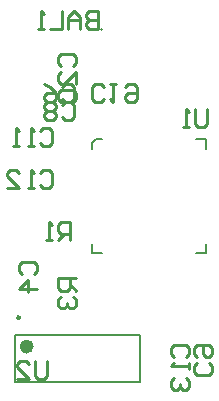
<source format=gbo>
%FSAX42Y42*%
%MOMM*%
G71*
G01*
G75*
G04 Layer_Color=32896*
%ADD10R,0.50X2.10*%
%ADD11P,1.65X8X292.5*%
%ADD12R,1.52X1.52*%
%ADD13P,1.65X8X202.5*%
%ADD14R,1.52X1.52*%
%ADD15R,1.70X1.25*%
%ADD16R,1.05X2.15*%
%ADD17R,1.05X2.15*%
%ADD18R,3.40X2.15*%
%ADD19R,1.00X1.10*%
%ADD20R,1.10X1.00*%
%ADD21R,0.87X0.87*%
%ADD22C,0.25*%
%ADD23C,1.50*%
%ADD24C,1.65*%
%ADD25C,3.00*%
%ADD26P,1.52X8X112.5*%
%ADD27C,1.40*%
%ADD28C,1.52*%
%ADD29R,1.50X1.50*%
%ADD30C,2.50*%
%ADD31C,1.27*%
%ADD32R,0.80X0.35*%
%ADD33O,0.40X2.10*%
%ADD34O,0.28X0.80*%
%ADD35O,0.80X0.28*%
%ADD36R,7.65X7.65*%
%ADD37C,0.25*%
%ADD38C,0.20*%
%ADD39C,0.60*%
D22*
X002843Y003740D02*
X002741Y003842D01*
Y003867D01*
X002766Y003892D01*
X002817D01*
X002843Y003867D01*
X002893Y003892D02*
Y003765D01*
X002919Y003740D01*
X002970D01*
X002995Y003765D01*
Y003892D01*
X002843Y003740D02*
X002741D01*
X003090Y004359D02*
X003115Y004334D01*
X003141D01*
X003166Y004359D01*
Y004384D01*
Y004359D01*
X003191Y004334D01*
X003217D01*
X003242Y004359D01*
Y004410D01*
X003217Y004435D01*
X003242Y004486D02*
X003191Y004537D01*
Y004511D02*
Y004588D01*
X003242D02*
X003090D01*
Y004511D01*
X003115Y004486D01*
X003166D01*
X003191Y004511D01*
X003115Y004435D02*
X003090Y004410D01*
Y004359D01*
X002905Y004649D02*
X002880Y004623D01*
X002905Y004649D02*
Y004700D01*
X002880Y004725D01*
X002778D01*
X002753Y004700D01*
Y004649D01*
X002778Y004623D01*
X002753Y004496D02*
X002829Y004573D01*
Y004471D01*
X002905Y004496D02*
X002753D01*
X003088Y004917D02*
X003139Y004968D01*
X003114D02*
X003190D01*
Y004917D02*
Y005070D01*
X003114D01*
X003088Y005044D01*
Y004994D01*
X003114Y004968D01*
X003038Y004917D02*
X002987D01*
X003012D01*
Y005070D01*
X003038Y005044D01*
X003033Y005382D02*
X003007Y005357D01*
X002957D01*
X002931Y005382D01*
X002880Y005357D02*
X002830D01*
X002855D01*
Y005509D01*
X002880Y005484D01*
X002931D02*
X002957Y005509D01*
X003007D01*
X003033Y005484D01*
Y005382D01*
Y005738D02*
X003007Y005712D01*
X002957D01*
X002931Y005738D01*
X002880Y005712D02*
X002830D01*
X002855D01*
Y005865D01*
X002880Y005839D01*
X002931D02*
X002957Y005865D01*
X003007D01*
X003033Y005839D01*
Y005738D01*
X003071Y005954D02*
Y005979D01*
X003046Y006005D01*
X003071Y006030D01*
Y006055D01*
X003046Y006081D01*
X002995D01*
X002969Y006055D01*
Y006030D01*
X002995Y006005D01*
X002969Y005979D01*
Y005954D01*
X002995Y005928D01*
X003046D01*
X003071Y005954D01*
X003122D02*
X003147Y005928D01*
X003198D01*
X003223Y005954D01*
Y006055D01*
X003198Y006081D01*
X003147D01*
X003122Y006055D01*
X003116Y006081D02*
X003217D01*
X003242Y006107D01*
Y006157D01*
X003217Y006183D01*
X003116D01*
X003090Y006157D01*
Y006107D01*
X003116Y006081D01*
X003147Y006081D02*
X003122Y006106D01*
X003071D02*
X003046Y006081D01*
X002995D01*
X002969Y006106D01*
Y006132D01*
X002995Y006157D01*
X003071D01*
Y006106D01*
Y006157D02*
X003020Y006208D01*
X002969Y006233D01*
X002995Y006005D02*
X003046D01*
X003147Y006081D02*
X003198D01*
X003223Y006106D01*
Y006208D01*
X003198Y006233D01*
X003147D01*
X003122Y006208D01*
X003116Y006234D02*
X003090Y006259D01*
Y006310D01*
X003116Y006335D01*
Y006234D02*
X003141D01*
X003242Y006335D01*
Y006234D01*
X003400Y006083D02*
X003375Y006108D01*
Y006210D01*
X003400Y006235D01*
X003451D01*
X003477Y006210D01*
X003527Y006235D02*
X003578D01*
X003553D01*
Y006083D01*
X003527Y006108D01*
X003477D02*
X003451Y006083D01*
X003400D01*
X003680D02*
X003654Y006108D01*
Y006133D01*
X003680Y006159D01*
X003756D01*
Y006210D02*
Y006108D01*
X003730Y006083D01*
X003680D01*
X003654Y006210D02*
X003680Y006235D01*
X003730D01*
X003756Y006210D01*
X004173Y006022D02*
X004199Y005996D01*
X004173Y006022D02*
Y005869D01*
X004148D01*
X004199D01*
X004275D02*
X004249Y005895D01*
Y006022D01*
X004275Y005869D02*
X004326D01*
X004351Y005895D01*
Y006022D01*
X003450Y006702D02*
X003450D01*
X003425Y006700D02*
X003349D01*
X003323Y006725D01*
Y006751D01*
X003349Y006776D01*
X003425D01*
X003349D01*
X003323Y006802D01*
Y006827D01*
X003349Y006852D01*
X003425D01*
Y006700D01*
X003273D02*
Y006802D01*
X003222Y006852D01*
X003171Y006802D01*
Y006700D01*
Y006776D01*
X003273D01*
X003120Y006852D02*
Y006700D01*
X003019D01*
X002968D02*
X002917D01*
X002943D01*
Y006852D01*
X002968Y006827D01*
X003090Y006462D02*
X003116Y006488D01*
X003217D01*
X003242Y006462D01*
Y006411D01*
X003217Y006386D01*
X003116D02*
X003090Y006411D01*
Y006462D01*
X002728Y005865D02*
X002753Y005839D01*
Y005712D02*
X002703D01*
X002728D01*
Y005865D01*
Y005509D02*
X002753Y005484D01*
X002728Y005509D02*
X002677D01*
X002652Y005484D01*
Y005458D01*
X002753Y005357D01*
X002652D01*
X004045Y004000D02*
X004071Y004025D01*
X004172D01*
X004197Y004000D01*
Y003949D01*
X004172Y003923D01*
X004197Y003873D02*
Y003822D01*
Y003847D01*
X004045D01*
X004071Y003873D01*
Y003923D02*
X004045Y003949D01*
Y004000D01*
Y003720D02*
Y003670D01*
X004071Y003644D01*
X004096D01*
X004121Y003670D01*
Y003695D01*
Y003670D01*
X004147Y003644D01*
X004172D01*
X004197Y003670D01*
Y003720D01*
X004172Y003746D01*
X004071D02*
X004045Y003720D01*
X004265Y003772D02*
X004240Y003798D01*
Y003849D01*
X004265Y003874D01*
Y003925D02*
X004240Y003950D01*
Y004001D01*
X004265Y004026D01*
X004367D01*
X004392Y004001D01*
Y003950D01*
X004367Y003925D01*
X004342D01*
X004316Y003950D01*
Y004026D01*
X004265Y003772D02*
X004367D01*
X004392Y003798D01*
Y003849D01*
X004367Y003874D01*
D37*
X002764Y004257D02*
G03*
X002764Y004257I-000012J000000D01*
G01*
D38*
X003781Y003712D02*
Y004112D01*
X002721D01*
Y003712D01*
X003781D01*
X004337Y004805D02*
Y004884D01*
Y004805D02*
X004258D01*
X003378Y004884D02*
Y004805D01*
X003456D01*
X004337Y005686D02*
Y005765D01*
X004258D01*
X003456D02*
X003408D01*
X003378Y005735D01*
Y005686D01*
D39*
X002851Y004012D02*
G03*
X002851Y004012I-000030J000000D01*
G01*
M02*

</source>
